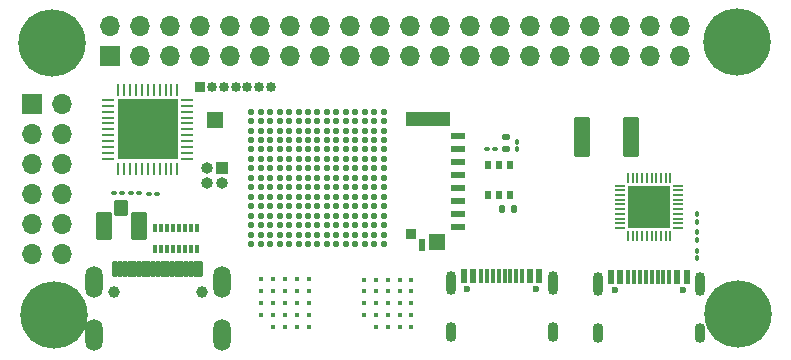
<source format=gbr>
%TF.GenerationSoftware,KiCad,Pcbnew,8.0.6*%
%TF.CreationDate,2024-11-21T12:08:54-08:00*%
%TF.ProjectId,SYNC-VT,53594e43-2d56-4542-9e6b-696361645f70,rev?*%
%TF.SameCoordinates,Original*%
%TF.FileFunction,Soldermask,Top*%
%TF.FilePolarity,Negative*%
%FSLAX46Y46*%
G04 Gerber Fmt 4.6, Leading zero omitted, Abs format (unit mm)*
G04 Created by KiCad (PCBNEW 8.0.6) date 2024-11-21 12:08:54*
%MOMM*%
%LPD*%
G01*
G04 APERTURE LIST*
G04 Aperture macros list*
%AMRoundRect*
0 Rectangle with rounded corners*
0 $1 Rounding radius*
0 $2 $3 $4 $5 $6 $7 $8 $9 X,Y pos of 4 corners*
0 Add a 4 corners polygon primitive as box body*
4,1,4,$2,$3,$4,$5,$6,$7,$8,$9,$2,$3,0*
0 Add four circle primitives for the rounded corners*
1,1,$1+$1,$2,$3*
1,1,$1+$1,$4,$5*
1,1,$1+$1,$6,$7*
1,1,$1+$1,$8,$9*
0 Add four rect primitives between the rounded corners*
20,1,$1+$1,$2,$3,$4,$5,0*
20,1,$1+$1,$4,$5,$6,$7,0*
20,1,$1+$1,$6,$7,$8,$9,0*
20,1,$1+$1,$8,$9,$2,$3,0*%
G04 Aperture macros list end*
%ADD10R,0.850000X0.850000*%
%ADD11O,0.850000X0.850000*%
%ADD12RoundRect,0.100000X0.130000X0.100000X-0.130000X0.100000X-0.130000X-0.100000X0.130000X-0.100000X0*%
%ADD13C,1.000000*%
%ADD14RoundRect,0.102000X-0.115000X-0.600000X0.115000X-0.600000X0.115000X0.600000X-0.115000X0.600000X0*%
%ADD15O,1.454000X2.704000*%
%ADD16R,1.350000X1.350000*%
%ADD17RoundRect,0.140000X0.170000X-0.140000X0.170000X0.140000X-0.170000X0.140000X-0.170000X-0.140000X0*%
%ADD18R,1.700000X1.700000*%
%ADD19O,1.700000X1.700000*%
%ADD20C,0.406400*%
%ADD21C,5.700000*%
%ADD22R,1.000000X1.000000*%
%ADD23O,1.000000X1.000000*%
%ADD24C,0.574000*%
%ADD25RoundRect,0.140000X0.140000X0.170000X-0.140000X0.170000X-0.140000X-0.170000X0.140000X-0.170000X0*%
%ADD26RoundRect,0.100000X-0.100000X0.130000X-0.100000X-0.130000X0.100000X-0.130000X0.100000X0.130000X0*%
%ADD27RoundRect,0.062500X-0.475000X-0.062500X0.475000X-0.062500X0.475000X0.062500X-0.475000X0.062500X0*%
%ADD28RoundRect,0.062500X-0.062500X-0.475000X0.062500X-0.475000X0.062500X0.475000X-0.062500X0.475000X0*%
%ADD29R,5.200000X5.200000*%
%ADD30RoundRect,0.100000X0.100000X-0.130000X0.100000X0.130000X-0.100000X0.130000X-0.100000X-0.130000X0*%
%ADD31R,1.244600X0.609600*%
%ADD32R,3.784600X1.193800*%
%ADD33R,1.400000X1.447800*%
%ADD34R,0.609600X0.990600*%
%ADD35R,0.838200X0.939800*%
%ADD36RoundRect,0.100000X-0.130000X-0.100000X0.130000X-0.100000X0.130000X0.100000X-0.130000X0.100000X0*%
%ADD37RoundRect,0.249999X0.450001X1.450001X-0.450001X1.450001X-0.450001X-1.450001X0.450001X-1.450001X0*%
%ADD38RoundRect,0.102000X0.550000X1.125000X-0.550000X1.125000X-0.550000X-1.125000X0.550000X-1.125000X0*%
%ADD39RoundRect,0.102000X0.525000X0.550000X-0.525000X0.550000X-0.525000X-0.550000X0.525000X-0.550000X0*%
%ADD40R,0.300000X0.800000*%
%ADD41RoundRect,0.062500X0.350000X0.062500X-0.350000X0.062500X-0.350000X-0.062500X0.350000X-0.062500X0*%
%ADD42RoundRect,0.062500X0.062500X0.350000X-0.062500X0.350000X-0.062500X-0.350000X0.062500X-0.350000X0*%
%ADD43R,3.600000X3.600000*%
%ADD44C,0.600000*%
%ADD45R,0.600000X1.160000*%
%ADD46R,0.300000X1.160000*%
%ADD47O,0.900000X2.000000*%
%ADD48O,0.900000X1.700000*%
%ADD49R,0.508000X0.774700*%
G04 APERTURE END LIST*
D10*
%TO.C,J8*%
X99890000Y-41760000D03*
D11*
X100890000Y-41760000D03*
X101890000Y-41760000D03*
X102890000Y-41760000D03*
X103890000Y-41760000D03*
X104890000Y-41760000D03*
X105890000Y-41760000D03*
%TD*%
D12*
%TO.C,R10*%
X124820002Y-47047300D03*
X124180002Y-47047300D03*
%TD*%
D13*
%TO.C,Jr1*%
X92550000Y-59115000D03*
X100050000Y-59115000D03*
D14*
X99900000Y-57165000D03*
X99500000Y-57165000D03*
X99100000Y-57165000D03*
X98700000Y-57165000D03*
X98300000Y-57165000D03*
X97900000Y-57165000D03*
X97500000Y-57165000D03*
X97100000Y-57165000D03*
X96700000Y-57165000D03*
X96300000Y-57165000D03*
X95900000Y-57165000D03*
X95500000Y-57165000D03*
X95100000Y-57165000D03*
X94700000Y-57165000D03*
X94300000Y-57165000D03*
X93900000Y-57165000D03*
X93500000Y-57165000D03*
X93100000Y-57165000D03*
X92700000Y-57165000D03*
D15*
X90870000Y-58315000D03*
X101720000Y-58315000D03*
X90870000Y-62815000D03*
X101720000Y-62815000D03*
%TD*%
D16*
%TO.C,J6*%
X101180000Y-44550000D03*
%TD*%
D17*
%TO.C,R9*%
X125770002Y-46997300D03*
X125770002Y-46037300D03*
%TD*%
D12*
%TO.C,C33*%
X93240000Y-50790000D03*
X92600000Y-50790000D03*
%TD*%
D18*
%TO.C,J4*%
X85620000Y-43180000D03*
D19*
X88160000Y-43180000D03*
X85620000Y-45720000D03*
X88160000Y-45720000D03*
X85620000Y-48260000D03*
X88160000Y-48260000D03*
X85620000Y-50800000D03*
X88160000Y-50800000D03*
X85620000Y-53340000D03*
X88160000Y-53340000D03*
X85620000Y-55880000D03*
X88160000Y-55880000D03*
%TD*%
D20*
%TO.C,U7*%
X105070018Y-61070018D03*
X105070018Y-60070018D03*
X105070018Y-59070018D03*
X105070018Y-58070018D03*
X106070018Y-62070018D03*
X106070018Y-61070018D03*
X106070018Y-60070018D03*
X106070018Y-59070018D03*
X106070018Y-58070018D03*
X107070018Y-62070018D03*
X107070018Y-61070018D03*
X107070018Y-60070018D03*
X107070018Y-59070018D03*
X107070018Y-58070018D03*
X108070018Y-62070018D03*
X108070018Y-61070018D03*
X108070018Y-60070018D03*
X108070018Y-59070018D03*
X108070018Y-58070018D03*
X109070018Y-62070018D03*
X109070018Y-61070018D03*
X109070018Y-60070018D03*
X109070018Y-59070018D03*
X109070018Y-58070018D03*
%TD*%
D21*
%TO.C,MT4*%
X87380000Y-38020000D03*
%TD*%
D22*
%TO.C,J7*%
X101690000Y-48600000D03*
D23*
X101690000Y-49870000D03*
X100420000Y-48600000D03*
X100420000Y-49870000D03*
%TD*%
D24*
%TO.C,U3*%
X104210000Y-43870000D03*
X105010000Y-43870000D03*
X105810000Y-43870000D03*
X106610000Y-43870000D03*
X107410000Y-43870000D03*
X108210000Y-43870000D03*
X109010000Y-43870000D03*
X109810000Y-43870000D03*
X110610000Y-43870000D03*
X111410000Y-43870000D03*
X112210000Y-43870000D03*
X113010000Y-43870000D03*
X113810000Y-43870000D03*
X114610000Y-43870000D03*
X115410000Y-43870000D03*
X104210000Y-44670000D03*
X105010000Y-44670000D03*
X105810000Y-44670000D03*
X106610000Y-44670000D03*
X107410000Y-44670000D03*
X108210000Y-44670000D03*
X109010000Y-44670000D03*
X109810000Y-44670000D03*
X110610000Y-44670000D03*
X111410000Y-44670000D03*
X112210000Y-44670000D03*
X113010000Y-44670000D03*
X113810000Y-44670000D03*
X114610000Y-44670000D03*
X115410000Y-44670000D03*
X104210000Y-45470000D03*
X105010000Y-45470000D03*
X105810000Y-45470000D03*
X106610000Y-45470000D03*
X107410000Y-45470000D03*
X108210000Y-45470000D03*
X109010000Y-45470000D03*
X109810000Y-45470000D03*
X110610000Y-45470000D03*
X111410000Y-45470000D03*
X112210000Y-45470000D03*
X113010000Y-45470000D03*
X113810000Y-45470000D03*
X114610000Y-45470000D03*
X115410000Y-45470000D03*
X104210000Y-46270000D03*
X105010000Y-46270000D03*
X105810000Y-46270000D03*
X106610000Y-46270000D03*
X107410000Y-46270000D03*
X108210000Y-46270000D03*
X109010000Y-46270000D03*
X109810000Y-46270000D03*
X110610000Y-46270000D03*
X111410000Y-46270000D03*
X112210000Y-46270000D03*
X113010000Y-46270000D03*
X113810000Y-46270000D03*
X114610000Y-46270000D03*
X115410000Y-46270000D03*
X104210000Y-47070000D03*
X105010000Y-47070000D03*
X105810000Y-47070000D03*
X106610000Y-47070000D03*
X107410000Y-47070000D03*
X108210000Y-47070000D03*
X109010000Y-47070000D03*
X109810000Y-47070000D03*
X110610000Y-47070000D03*
X111410000Y-47070000D03*
X112210000Y-47070000D03*
X113010000Y-47070000D03*
X113810000Y-47070000D03*
X114610000Y-47070000D03*
X115410000Y-47070000D03*
X104210000Y-47870000D03*
X105010000Y-47870000D03*
X105810000Y-47870000D03*
X106610000Y-47870000D03*
X107410000Y-47870000D03*
X108210000Y-47870000D03*
X109010000Y-47870000D03*
X109810000Y-47870000D03*
X110610000Y-47870000D03*
X111410000Y-47870000D03*
X112210000Y-47870000D03*
X113010000Y-47870000D03*
X113810000Y-47870000D03*
X114610000Y-47870000D03*
X115410000Y-47870000D03*
X104210000Y-48670000D03*
X105010000Y-48670000D03*
X105810000Y-48670000D03*
X106610000Y-48670000D03*
X107410000Y-48670000D03*
X108210000Y-48670000D03*
X109010000Y-48670000D03*
X109810000Y-48670000D03*
X110610000Y-48670000D03*
X111410000Y-48670000D03*
X112210000Y-48670000D03*
X113010000Y-48670000D03*
X113810000Y-48670000D03*
X114610000Y-48670000D03*
X115410000Y-48670000D03*
X104210000Y-49470000D03*
X105010000Y-49470000D03*
X105810000Y-49470000D03*
X106610000Y-49470000D03*
X107410000Y-49470000D03*
X108210000Y-49470000D03*
X109010000Y-49470000D03*
X109810000Y-49470000D03*
X110610000Y-49470000D03*
X111410000Y-49470000D03*
X112210000Y-49470000D03*
X113010000Y-49470000D03*
X113810000Y-49470000D03*
X114610000Y-49470000D03*
X115410000Y-49470000D03*
X104210000Y-50270000D03*
X105010000Y-50270000D03*
X105810000Y-50270000D03*
X106610000Y-50270000D03*
X107410000Y-50270000D03*
X108210000Y-50270000D03*
X109010000Y-50270000D03*
X109810000Y-50270000D03*
X110610000Y-50270000D03*
X111410000Y-50270000D03*
X112210000Y-50270000D03*
X113010000Y-50270000D03*
X113810000Y-50270000D03*
X114610000Y-50270000D03*
X115410000Y-50270000D03*
X104210000Y-51070000D03*
X105010000Y-51070000D03*
X105810000Y-51070000D03*
X106610000Y-51070000D03*
X107410000Y-51070000D03*
X108210000Y-51070000D03*
X109010000Y-51070000D03*
X109810000Y-51070000D03*
X110610000Y-51070000D03*
X111410000Y-51070000D03*
X112210000Y-51070000D03*
X113010000Y-51070000D03*
X113810000Y-51070000D03*
X114610000Y-51070000D03*
X115410000Y-51070000D03*
X104210000Y-51870000D03*
X105010000Y-51870000D03*
X105810000Y-51870000D03*
X106610000Y-51870000D03*
X107410000Y-51870000D03*
X108210000Y-51870000D03*
X109010000Y-51870000D03*
X109810000Y-51870000D03*
X110610000Y-51870000D03*
X111410000Y-51870000D03*
X112210000Y-51870000D03*
X113010000Y-51870000D03*
X113810000Y-51870000D03*
X114610000Y-51870000D03*
X115410000Y-51870000D03*
X104210000Y-52670000D03*
X105010000Y-52670000D03*
X105810000Y-52670000D03*
X106610000Y-52670000D03*
X107410000Y-52670000D03*
X108210000Y-52670000D03*
X109010000Y-52670000D03*
X109810000Y-52670000D03*
X110610000Y-52670000D03*
X111410000Y-52670000D03*
X112210000Y-52670000D03*
X113010000Y-52670000D03*
X113810000Y-52670000D03*
X114610000Y-52670000D03*
X115410000Y-52670000D03*
X104210000Y-53470000D03*
X105010000Y-53470000D03*
X105810000Y-53470000D03*
X106610000Y-53470000D03*
X107410000Y-53470000D03*
X108210000Y-53470000D03*
X109010000Y-53470000D03*
X109810000Y-53470000D03*
X110610000Y-53470000D03*
X111410000Y-53470000D03*
X112210000Y-53470000D03*
X113010000Y-53470000D03*
X113810000Y-53470000D03*
X114610000Y-53470000D03*
X115410000Y-53470000D03*
X104210000Y-54270000D03*
X105010000Y-54270000D03*
X105810000Y-54270000D03*
X106610000Y-54270000D03*
X107410000Y-54270000D03*
X108210000Y-54270000D03*
X109010000Y-54270000D03*
X109810000Y-54270000D03*
X110610000Y-54270000D03*
X111410000Y-54270000D03*
X112210000Y-54270000D03*
X113010000Y-54270000D03*
X113810000Y-54270000D03*
X114610000Y-54270000D03*
X115410000Y-54270000D03*
X104210000Y-55070000D03*
X105010000Y-55070000D03*
X105810000Y-55070000D03*
X106610000Y-55070000D03*
X107410000Y-55070000D03*
X108210000Y-55070000D03*
X109010000Y-55070000D03*
X109810000Y-55070000D03*
X110610000Y-55070000D03*
X111410000Y-55070000D03*
X112210000Y-55070000D03*
X113010000Y-55070000D03*
X113810000Y-55070000D03*
X114610000Y-55070000D03*
X115410000Y-55070000D03*
%TD*%
D25*
%TO.C,R7*%
X126430002Y-52147300D03*
X125470002Y-52147300D03*
%TD*%
D26*
%TO.C,L1*%
X141943531Y-54074993D03*
X141943531Y-54714993D03*
%TD*%
D21*
%TO.C,MT3*%
X145320000Y-37990000D03*
%TD*%
%TO.C,MT1*%
X145440000Y-61000000D03*
%TD*%
D27*
%TO.C,Ue1*%
X92112500Y-42862500D03*
X92112500Y-43362500D03*
X92112500Y-43862500D03*
X92112500Y-44362500D03*
X92112500Y-44862500D03*
X92112500Y-45362500D03*
X92112500Y-45862500D03*
X92112500Y-46362500D03*
X92112500Y-46862500D03*
X92112500Y-47362500D03*
X92112500Y-47862500D03*
D28*
X92950000Y-48700000D03*
X93450000Y-48700000D03*
X93950000Y-48700000D03*
X94450000Y-48700000D03*
X94950000Y-48700000D03*
X95450000Y-48700000D03*
X95950000Y-48700000D03*
X96450000Y-48700000D03*
X96950000Y-48700000D03*
X97450000Y-48700000D03*
X97950000Y-48700000D03*
D27*
X98787500Y-47862500D03*
X98787500Y-47362500D03*
X98787500Y-46862500D03*
X98787500Y-46362500D03*
X98787500Y-45862500D03*
X98787500Y-45362500D03*
X98787500Y-44862500D03*
X98787500Y-44362500D03*
X98787500Y-43862500D03*
X98787500Y-43362500D03*
X98787500Y-42862500D03*
D28*
X97950000Y-42025000D03*
X97450000Y-42025000D03*
X96950000Y-42025000D03*
X96450000Y-42025000D03*
X95950000Y-42025000D03*
X95450000Y-42025000D03*
X94950000Y-42025000D03*
X94450000Y-42025000D03*
X93950000Y-42025000D03*
X93450000Y-42025000D03*
X92950000Y-42025000D03*
D29*
X95450000Y-45362500D03*
%TD*%
D30*
%TO.C,C2*%
X141943531Y-53174993D03*
X141943531Y-52534993D03*
%TD*%
D31*
%TO.C,U6*%
X121673900Y-53610012D03*
X121673900Y-52510011D03*
X121673900Y-51410011D03*
X121673900Y-50310010D03*
X121673900Y-49210013D03*
X121673900Y-48110012D03*
X121673900Y-47010012D03*
X121673900Y-45910012D03*
D32*
X119193593Y-44454589D03*
D33*
X119945895Y-54938400D03*
D34*
X118691094Y-55167000D03*
D35*
X117703200Y-54214500D03*
%TD*%
D36*
%TO.C,C34*%
X95570000Y-50810000D03*
X96210000Y-50810000D03*
%TD*%
D37*
%TO.C,L2*%
X136350000Y-46040000D03*
X132250000Y-46040000D03*
%TD*%
D36*
%TO.C,L3*%
X94060000Y-50780000D03*
X94700000Y-50780000D03*
%TD*%
D26*
%TO.C,C3*%
X141963531Y-55644993D03*
X141963531Y-56284993D03*
%TD*%
D20*
%TO.C,U8*%
X113770018Y-61090018D03*
X113770018Y-60090018D03*
X113770018Y-59090018D03*
X113770018Y-58090018D03*
X114770018Y-62090018D03*
X114770018Y-61090018D03*
X114770018Y-60090018D03*
X114770018Y-59090018D03*
X114770018Y-58090018D03*
X115770018Y-62090018D03*
X115770018Y-61090018D03*
X115770018Y-60090018D03*
X115770018Y-59090018D03*
X115770018Y-58090018D03*
X116770018Y-62090018D03*
X116770018Y-61090018D03*
X116770018Y-60090018D03*
X116770018Y-59090018D03*
X116770018Y-58090018D03*
X117770018Y-62090018D03*
X117770018Y-61090018D03*
X117770018Y-60090018D03*
X117770018Y-59090018D03*
X117770018Y-58090018D03*
%TD*%
D26*
%TO.C,R8*%
X126740002Y-46402300D03*
X126740002Y-47042300D03*
%TD*%
D38*
%TO.C,J5*%
X94695000Y-53590000D03*
X91745000Y-53590000D03*
D39*
X93220000Y-52040000D03*
%TD*%
D40*
%TO.C,RN1*%
X99600000Y-53710000D03*
X99100000Y-53710000D03*
X98600000Y-53710000D03*
X98100000Y-53710000D03*
X97600000Y-53710000D03*
X97100000Y-53710000D03*
X96600000Y-53710000D03*
X96100000Y-53710000D03*
X96100000Y-55510000D03*
X96600000Y-55510000D03*
X97100000Y-55510000D03*
X97600000Y-55510000D03*
X98100000Y-55510000D03*
X98600000Y-55510000D03*
X99100000Y-55510000D03*
X99600000Y-55510000D03*
%TD*%
D41*
%TO.C,MCU1*%
X140337500Y-53727500D03*
X140337500Y-53327500D03*
X140337500Y-52927500D03*
X140337500Y-52527500D03*
X140337500Y-52127500D03*
X140337500Y-51727500D03*
X140337500Y-51327500D03*
X140337500Y-50927500D03*
X140337500Y-50527500D03*
X140337500Y-50127500D03*
D42*
X139700000Y-49490000D03*
X139300000Y-49490000D03*
X138900000Y-49490000D03*
X138500000Y-49490000D03*
X138100000Y-49490000D03*
X137700000Y-49490000D03*
X137300000Y-49490000D03*
X136900000Y-49490000D03*
X136500000Y-49490000D03*
X136100000Y-49490000D03*
D41*
X135462500Y-50127500D03*
X135462500Y-50527500D03*
X135462500Y-50927500D03*
X135462500Y-51327500D03*
X135462500Y-51727500D03*
X135462500Y-52127500D03*
X135462500Y-52527500D03*
X135462500Y-52927500D03*
X135462500Y-53327500D03*
X135462500Y-53727500D03*
D42*
X136100000Y-54365000D03*
X136500000Y-54365000D03*
X136900000Y-54365000D03*
X137300000Y-54365000D03*
X137700000Y-54365000D03*
X138100000Y-54365000D03*
X138500000Y-54365000D03*
X138900000Y-54365000D03*
X139300000Y-54365000D03*
X139700000Y-54365000D03*
D43*
X137900000Y-51927500D03*
%TD*%
D44*
%TO.C,J2*%
X134970000Y-58930000D03*
X140750000Y-58930000D03*
D45*
X134660000Y-57870000D03*
X135460000Y-57870000D03*
D46*
X136610000Y-57870000D03*
X137610000Y-57870000D03*
X138110000Y-57870000D03*
X139110000Y-57870000D03*
D45*
X140260000Y-57870000D03*
X141060000Y-57870000D03*
X141060000Y-57870000D03*
X140260000Y-57870000D03*
D46*
X139610000Y-57870000D03*
X138610000Y-57870000D03*
X137110000Y-57870000D03*
X136110000Y-57870000D03*
D45*
X135460000Y-57870000D03*
X134660000Y-57870000D03*
D47*
X133540000Y-58450000D03*
D48*
X133540000Y-62620000D03*
D47*
X142180000Y-58450000D03*
D48*
X142180000Y-62620000D03*
%TD*%
D44*
%TO.C,J3*%
X122510000Y-58865000D03*
X128290000Y-58865000D03*
D45*
X122200000Y-57805000D03*
X123000000Y-57805000D03*
D46*
X124150000Y-57805000D03*
X125150000Y-57805000D03*
X125650000Y-57805000D03*
X126650000Y-57805000D03*
D45*
X127800000Y-57805000D03*
X128600000Y-57805000D03*
X128600000Y-57805000D03*
X127800000Y-57805000D03*
D46*
X127150000Y-57805000D03*
X126150000Y-57805000D03*
X124650000Y-57805000D03*
X123650000Y-57805000D03*
D45*
X123000000Y-57805000D03*
X122200000Y-57805000D03*
D47*
X121080000Y-58385000D03*
D48*
X121080000Y-62555000D03*
D47*
X129720000Y-58385000D03*
D48*
X129720000Y-62555000D03*
%TD*%
D49*
%TO.C,U4*%
X124220000Y-50897300D03*
X125170001Y-50897300D03*
X126120002Y-50897300D03*
X126120002Y-48370000D03*
X125170001Y-48370000D03*
X124220000Y-48370000D03*
%TD*%
D18*
%TO.C,J1*%
X92220000Y-39160000D03*
D19*
X92220000Y-36620000D03*
X94760000Y-39160000D03*
X94760000Y-36620000D03*
X97300000Y-39160000D03*
X97300000Y-36620000D03*
X99840000Y-39160000D03*
X99840000Y-36620000D03*
X102380000Y-39160000D03*
X102380000Y-36620000D03*
X104920000Y-39160000D03*
X104920000Y-36620000D03*
X107460000Y-39160000D03*
X107460000Y-36620000D03*
X110000000Y-39160000D03*
X110000000Y-36620000D03*
X112540000Y-39160000D03*
X112540000Y-36620000D03*
X115080000Y-39160000D03*
X115080000Y-36620000D03*
X117620000Y-39160000D03*
X117620000Y-36620000D03*
X120160000Y-39160000D03*
X120160000Y-36620000D03*
X122700000Y-39160000D03*
X122700000Y-36620000D03*
X125240000Y-39160000D03*
X125240000Y-36620000D03*
X127780000Y-39160000D03*
X127780000Y-36620000D03*
X130320000Y-39160000D03*
X130320000Y-36620000D03*
X132860000Y-39160000D03*
X132860000Y-36620000D03*
X135400000Y-39160000D03*
X135400000Y-36620000D03*
X137940000Y-39160000D03*
X137940000Y-36620000D03*
X140480000Y-39160000D03*
X140480000Y-36620000D03*
%TD*%
D21*
%TO.C,MT2*%
X87480000Y-61100000D03*
%TD*%
M02*

</source>
